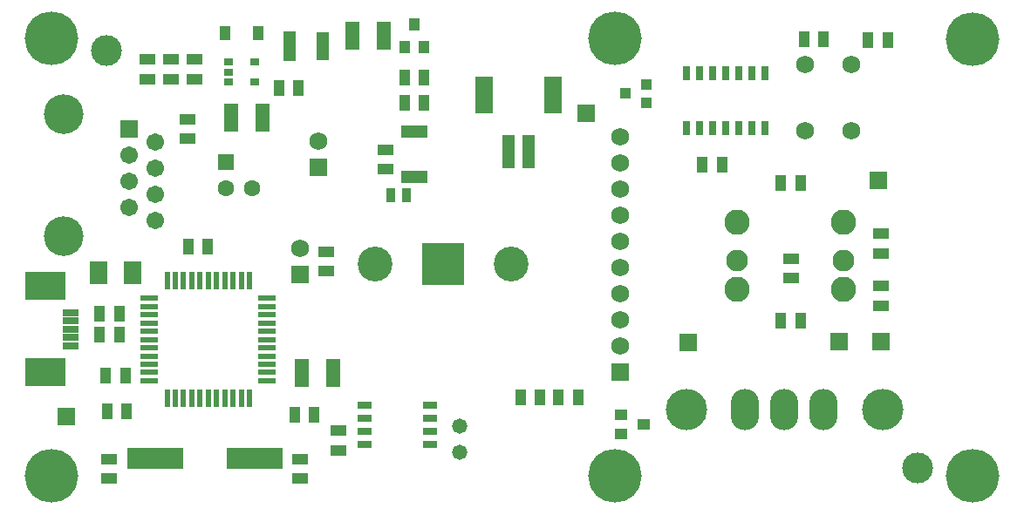
<source format=gts>
G04 (created by PCBNEW (2013-05-31 BZR 4019)-stable) date 7/20/2013 4:15:11 PM*
%MOIN*%
G04 Gerber Fmt 3.4, Leading zero omitted, Abs format*
%FSLAX34Y34*%
G01*
G70*
G90*
G04 APERTURE LIST*
%ADD10C,0.00590551*%
%ADD11R,0.024X0.068*%
%ADD12R,0.068X0.024*%
%ADD13R,0.0395X0.0474*%
%ADD14R,0.058X0.108*%
%ADD15R,0.068X0.088*%
%ADD16R,0.063X0.043*%
%ADD17R,0.043X0.063*%
%ADD18R,0.0186X0.0474*%
%ADD19R,0.1576X0.1064*%
%ADD20R,0.0631X0.0277*%
%ADD21R,0.0438X0.056*%
%ADD22R,0.038X0.028*%
%ADD23R,0.0473701X0.106425*%
%ADD24R,0.0473701X0.114299*%
%ADD25C,0.068*%
%ADD26R,0.068X0.068*%
%ADD27R,0.053X0.028*%
%ADD28R,0.063X0.063*%
%ADD29C,0.063*%
%ADD30R,0.033X0.053*%
%ADD31C,0.20485*%
%ADD32C,0.097*%
%ADD33C,0.0832*%
%ADD34C,0.11811*%
%ADD35R,0.218X0.084*%
%ADD36O,0.108X0.158*%
%ADD37C,0.158*%
%ADD38R,0.164X0.164*%
%ADD39C,0.133*%
%ADD40C,0.1517*%
%ADD41R,0.0671X0.0671*%
%ADD42C,0.0671*%
%ADD43R,0.0473701X0.12611*%
%ADD44R,0.0670551X0.141858*%
%ADD45C,0.069*%
%ADD46R,0.0474X0.0395*%
%ADD47R,0.028X0.053*%
%ADD48R,0.044X0.044*%
%ADD49C,0.058*%
G04 APERTURE END LIST*
G54D10*
G54D11*
X26100Y-24329D03*
X25785Y-24329D03*
X25470Y-24329D03*
X25155Y-24329D03*
X24840Y-24329D03*
X24525Y-24329D03*
X26415Y-24329D03*
X26730Y-24329D03*
X27045Y-24329D03*
X27360Y-24329D03*
X27675Y-24329D03*
X26100Y-28829D03*
X25785Y-28829D03*
X25470Y-28829D03*
X25155Y-28829D03*
X24840Y-28829D03*
X24525Y-28829D03*
X26415Y-28829D03*
X26730Y-28829D03*
X27045Y-28829D03*
X27360Y-28829D03*
X27675Y-28829D03*
G54D12*
X23850Y-26579D03*
X28350Y-26579D03*
X23850Y-26894D03*
X28350Y-26894D03*
X28350Y-27209D03*
X23850Y-27209D03*
X23850Y-27524D03*
X28350Y-27524D03*
X28350Y-27839D03*
X23850Y-27839D03*
X23850Y-28154D03*
X28350Y-28154D03*
X28350Y-26264D03*
X23850Y-26264D03*
X23850Y-25949D03*
X28350Y-25949D03*
X28350Y-25634D03*
X23850Y-25634D03*
X23850Y-25319D03*
X28350Y-25319D03*
X28350Y-25004D03*
X23850Y-25004D03*
G54D13*
X33974Y-14532D03*
X34349Y-15398D03*
X33599Y-15398D03*
G54D14*
X30879Y-27842D03*
X29679Y-27842D03*
X31603Y-14965D03*
X32803Y-14965D03*
X28179Y-18092D03*
X26979Y-18092D03*
G54D15*
X23207Y-24020D03*
X21907Y-24020D03*
G54D16*
X23779Y-16617D03*
X23779Y-15867D03*
G54D17*
X22239Y-29330D03*
X22989Y-29330D03*
X26082Y-23036D03*
X25332Y-23036D03*
X22704Y-25592D03*
X21954Y-25592D03*
X22704Y-26392D03*
X21954Y-26392D03*
X22932Y-27957D03*
X22182Y-27957D03*
G54D16*
X25579Y-16617D03*
X25579Y-15867D03*
X24679Y-16617D03*
X24679Y-15867D03*
G54D17*
X29554Y-16942D03*
X28804Y-16942D03*
G54D18*
X34374Y-18617D03*
X34174Y-18617D03*
X33974Y-18617D03*
X33774Y-18617D03*
X33574Y-18617D03*
X33574Y-20367D03*
X33774Y-20367D03*
X33974Y-20367D03*
X34174Y-20367D03*
X34374Y-20367D03*
G54D19*
X19880Y-27839D03*
X19880Y-24531D03*
G54D20*
X20825Y-26815D03*
X20825Y-26500D03*
X20825Y-25555D03*
X20825Y-25870D03*
X20825Y-26185D03*
G54D21*
X28023Y-14842D03*
X26735Y-14842D03*
G54D22*
X26879Y-15967D03*
X26879Y-16717D03*
X27879Y-15967D03*
X26879Y-16342D03*
X27879Y-16717D03*
G54D23*
X30470Y-15358D03*
G54D24*
X29211Y-15358D03*
G54D25*
X41830Y-18826D03*
X41830Y-19826D03*
X41830Y-22826D03*
X41830Y-23826D03*
G54D26*
X41830Y-27826D03*
G54D25*
X41830Y-26826D03*
X41830Y-25826D03*
X41830Y-24826D03*
X41830Y-21826D03*
X41830Y-20826D03*
G54D17*
X33599Y-17524D03*
X34349Y-17524D03*
X33599Y-16540D03*
X34349Y-16540D03*
G54D26*
X29599Y-24102D03*
G54D25*
X29599Y-23102D03*
G54D16*
X30619Y-23207D03*
X30619Y-23957D03*
G54D27*
X32079Y-30592D03*
X32079Y-30092D03*
X32079Y-29592D03*
X32079Y-29092D03*
X34579Y-29092D03*
X34579Y-29592D03*
X34579Y-30092D03*
X34579Y-30592D03*
G54D28*
X26781Y-19780D03*
G54D29*
X26781Y-20780D03*
X27781Y-20780D03*
G54D16*
X31079Y-30067D03*
X31079Y-30817D03*
G54D17*
X30154Y-29442D03*
X29404Y-29442D03*
G54D16*
X32879Y-20067D03*
X32879Y-19317D03*
G54D30*
X33679Y-21042D03*
X33079Y-21042D03*
G54D16*
X25314Y-18155D03*
X25314Y-18905D03*
G54D31*
X20096Y-15063D03*
X41651Y-15063D03*
X20096Y-31795D03*
X41651Y-31795D03*
G54D16*
X51800Y-22525D03*
X51800Y-23275D03*
G54D17*
X48739Y-20600D03*
X47989Y-20600D03*
G54D16*
X48364Y-24225D03*
X48364Y-23475D03*
G54D17*
X47989Y-25850D03*
X48739Y-25850D03*
G54D16*
X51800Y-25275D03*
X51800Y-24525D03*
G54D32*
X50364Y-22100D03*
G54D33*
X50364Y-23557D03*
G54D32*
X50364Y-24659D03*
X46309Y-24659D03*
G54D33*
X46309Y-23557D03*
G54D32*
X46309Y-22100D03*
G54D31*
X55314Y-15080D03*
X55314Y-31780D03*
G54D34*
X53214Y-31480D03*
X22214Y-15530D03*
G54D16*
X29594Y-31895D03*
X29594Y-31145D03*
X22304Y-31895D03*
X22304Y-31145D03*
G54D35*
X24064Y-31130D03*
X27864Y-31130D03*
G54D36*
X46610Y-29271D03*
X48110Y-29271D03*
X49610Y-29271D03*
G54D37*
X44360Y-29271D03*
X51860Y-29271D03*
G54D38*
X35064Y-23680D03*
G54D39*
X37664Y-23680D03*
X32464Y-23680D03*
G54D40*
X20588Y-22618D03*
X20588Y-17945D03*
G54D41*
X23088Y-18530D03*
G54D42*
X24088Y-19030D03*
X23088Y-19530D03*
X24088Y-20030D03*
X23088Y-20530D03*
X24088Y-21030D03*
X23088Y-21530D03*
X24088Y-22030D03*
G54D43*
X37560Y-19391D03*
X38348Y-19391D03*
G54D44*
X36635Y-17226D03*
X39273Y-17226D03*
G54D45*
X50689Y-16042D03*
X48917Y-16042D03*
X50689Y-18602D03*
X48917Y-18602D03*
G54D46*
X42755Y-29822D03*
X41889Y-30197D03*
X41889Y-29447D03*
G54D47*
X44385Y-18481D03*
X44885Y-18481D03*
X45385Y-18481D03*
X45885Y-18481D03*
X46385Y-18481D03*
X46885Y-18481D03*
X47385Y-18481D03*
X47385Y-16381D03*
X46885Y-16381D03*
X46385Y-16381D03*
X45885Y-16381D03*
X45385Y-16381D03*
X44885Y-16381D03*
X44385Y-16381D03*
G54D17*
X48857Y-15098D03*
X49607Y-15098D03*
X51317Y-15137D03*
X52067Y-15137D03*
X44979Y-19901D03*
X45729Y-19901D03*
X40225Y-28800D03*
X39475Y-28800D03*
G54D48*
X42840Y-16815D03*
X42840Y-17515D03*
X42040Y-17165D03*
G54D26*
X30314Y-19988D03*
G54D25*
X30314Y-18988D03*
G54D26*
X40551Y-17913D03*
X20669Y-29527D03*
G54D17*
X38025Y-28800D03*
X38775Y-28800D03*
G54D49*
X35700Y-30900D03*
X35700Y-29900D03*
G54D26*
X44450Y-26700D03*
X51800Y-26650D03*
X50200Y-26650D03*
X51700Y-20500D03*
M02*

</source>
